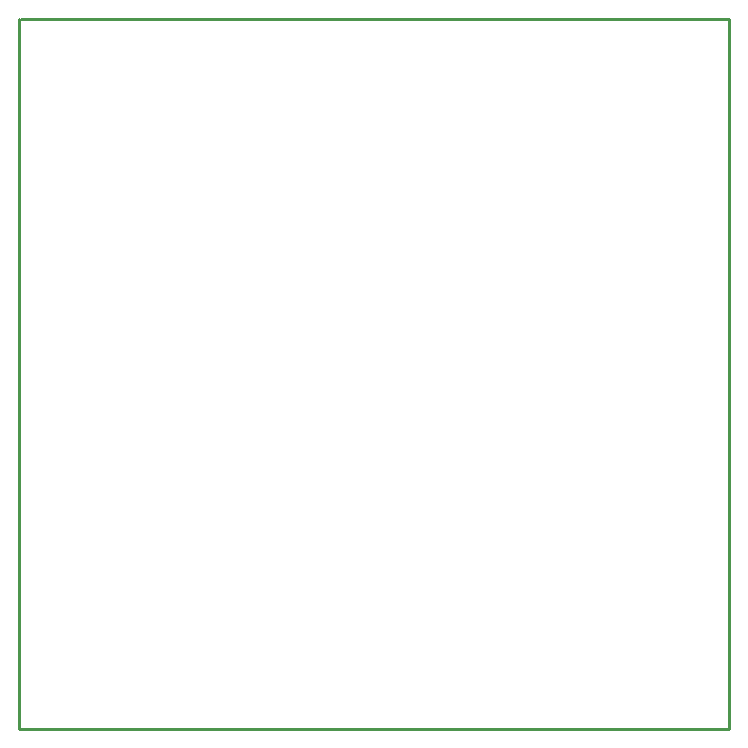
<source format=gko>
G04*
G04 #@! TF.GenerationSoftware,Altium Limited,Altium Designer,18.1.7 (191)*
G04*
G04 Layer_Color=16711935*
%FSLAX25Y25*%
%MOIN*%
G70*
G01*
G75*
%ADD10C,0.01000*%
D10*
Y236614D02*
X236221D01*
X235827D02*
X236221Y236221D01*
Y0D02*
Y236221D01*
X-394Y0D02*
X236221D01*
X-394D02*
Y236614D01*
M02*

</source>
